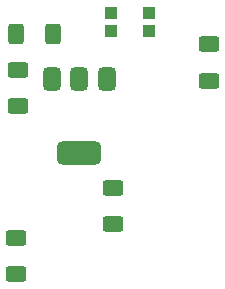
<source format=gbr>
%TF.GenerationSoftware,KiCad,Pcbnew,8.0.4*%
%TF.CreationDate,2024-07-30T16:51:47-04:00*%
%TF.ProjectId,esp32-c3-wroom-socket,65737033-322d-4633-932d-77726f6f6d2d,rev?*%
%TF.SameCoordinates,Original*%
%TF.FileFunction,Paste,Bot*%
%TF.FilePolarity,Positive*%
%FSLAX46Y46*%
G04 Gerber Fmt 4.6, Leading zero omitted, Abs format (unit mm)*
G04 Created by KiCad (PCBNEW 8.0.4) date 2024-07-30 16:51:47*
%MOMM*%
%LPD*%
G01*
G04 APERTURE LIST*
G04 Aperture macros list*
%AMRoundRect*
0 Rectangle with rounded corners*
0 $1 Rounding radius*
0 $2 $3 $4 $5 $6 $7 $8 $9 X,Y pos of 4 corners*
0 Add a 4 corners polygon primitive as box body*
4,1,4,$2,$3,$4,$5,$6,$7,$8,$9,$2,$3,0*
0 Add four circle primitives for the rounded corners*
1,1,$1+$1,$2,$3*
1,1,$1+$1,$4,$5*
1,1,$1+$1,$6,$7*
1,1,$1+$1,$8,$9*
0 Add four rect primitives between the rounded corners*
20,1,$1+$1,$2,$3,$4,$5,0*
20,1,$1+$1,$4,$5,$6,$7,0*
20,1,$1+$1,$6,$7,$8,$9,0*
20,1,$1+$1,$8,$9,$2,$3,0*%
G04 Aperture macros list end*
%ADD10RoundRect,0.250000X-0.625000X0.400000X-0.625000X-0.400000X0.625000X-0.400000X0.625000X0.400000X0*%
%ADD11R,1.117600X1.041400*%
%ADD12RoundRect,0.375000X-0.375000X0.625000X-0.375000X-0.625000X0.375000X-0.625000X0.375000X0.625000X0*%
%ADD13RoundRect,0.500000X-1.400000X0.500000X-1.400000X-0.500000X1.400000X-0.500000X1.400000X0.500000X0*%
%ADD14RoundRect,0.250000X0.400000X0.625000X-0.400000X0.625000X-0.400000X-0.625000X0.400000X-0.625000X0*%
%ADD15RoundRect,0.250000X0.625000X-0.400000X0.625000X0.400000X-0.625000X0.400000X-0.625000X-0.400000X0*%
G04 APERTURE END LIST*
D10*
%TO.C,R8*%
X147200000Y-66500000D03*
X147200000Y-63400000D03*
%TD*%
D11*
%TO.C,LED1*%
X155109800Y-60100002D03*
X155109800Y-58600000D03*
X158310200Y-58600000D03*
X158310200Y-60100002D03*
%TD*%
D12*
%TO.C,U2*%
X154700000Y-64200000D03*
D13*
X152400000Y-70500000D03*
D12*
X152400000Y-64200000D03*
X150100000Y-64200000D03*
%TD*%
D14*
%TO.C,R1*%
X150150000Y-60400000D03*
X147050000Y-60400000D03*
%TD*%
D10*
%TO.C,R5*%
X147000000Y-77650000D03*
X147000000Y-80750000D03*
%TD*%
D15*
%TO.C,R4*%
X163400000Y-64350000D03*
X163400000Y-61250000D03*
%TD*%
D10*
%TO.C,R6*%
X155200000Y-76500000D03*
X155200000Y-73400000D03*
%TD*%
M02*

</source>
